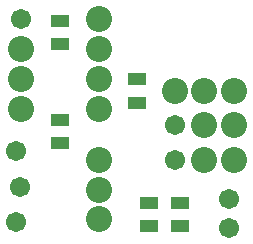
<source format=gts>
%FSLAX25Y25*%
%MOIN*%
G70*
G01*
G75*
G04 Layer_Color=8388736*
%ADD10C,0.07874*%
%ADD11R,0.05315X0.03150*%
%ADD12C,0.03000*%
%ADD13C,0.05906*%
%ADD14C,0.08674*%
%ADD15R,0.06115X0.03950*%
%ADD16C,0.06706*%
D14*
X134031Y121000D02*
D03*
Y111158D02*
D03*
X178842Y131000D02*
D03*
Y142500D02*
D03*
Y154000D02*
D03*
X159157D02*
D03*
X169000Y131000D02*
D03*
Y142500D02*
D03*
Y154000D02*
D03*
X134031Y130843D02*
D03*
X107968Y148000D02*
D03*
Y158000D02*
D03*
Y168000D02*
D03*
X134031Y178000D02*
D03*
Y158000D02*
D03*
Y168000D02*
D03*
Y148000D02*
D03*
D15*
X146500Y157937D02*
D03*
Y150063D02*
D03*
X150461Y116783D02*
D03*
Y108909D02*
D03*
X160961Y116783D02*
D03*
Y108909D02*
D03*
X121000Y136563D02*
D03*
Y144437D02*
D03*
Y177437D02*
D03*
Y169563D02*
D03*
D16*
X106299Y110236D02*
D03*
X177165Y118110D02*
D03*
Y108268D02*
D03*
X106299Y133858D02*
D03*
X134031Y111158D02*
D03*
Y121000D02*
D03*
Y130843D02*
D03*
X107500Y122000D02*
D03*
X159157Y131000D02*
D03*
X169000D02*
D03*
X178842D02*
D03*
X159157Y154000D02*
D03*
X169000D02*
D03*
X178842D02*
D03*
Y142500D02*
D03*
X169000D02*
D03*
X159157D02*
D03*
X107968Y178000D02*
D03*
Y158000D02*
D03*
X134031D02*
D03*
Y168000D02*
D03*
X107968D02*
D03*
X134031Y178000D02*
D03*
X107968Y148000D02*
D03*
X134031D02*
D03*
M02*

</source>
